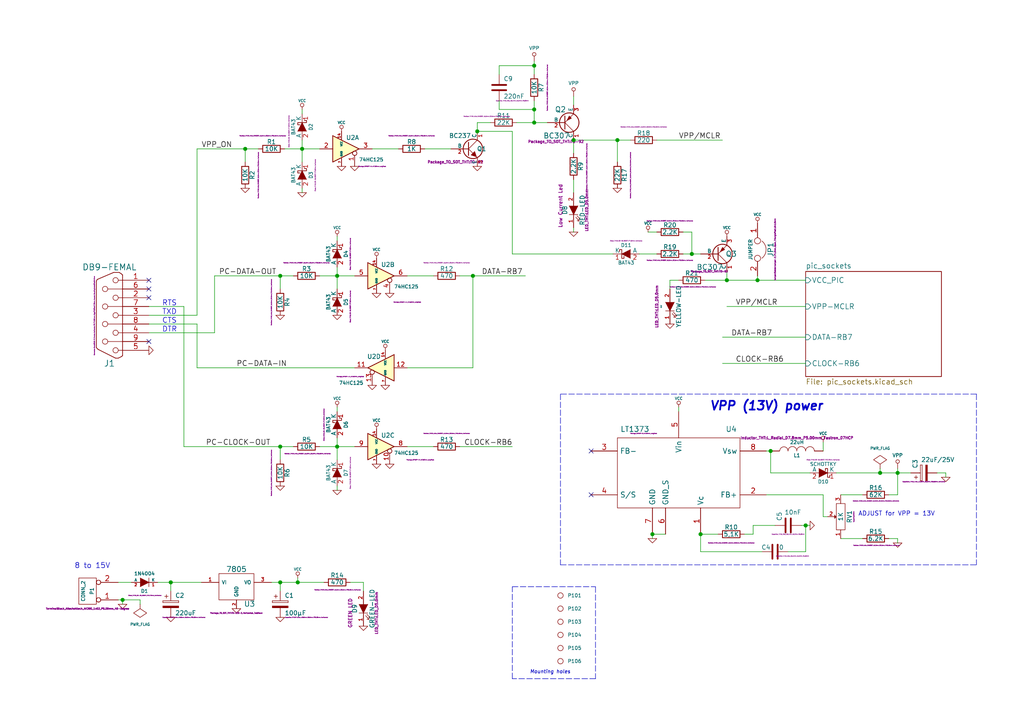
<source format=kicad_sch>
(kicad_sch (version 20210126) (generator eeschema)
  (paper "A4")
  (title_block (title "JDM - COM84 PIC Programmer with 13V DC/DC converter") (date "05 jan 2014") (rev "2") (company "KiCad"))
  (lib_symbols
    (symbol "pic_programmer_schlib:74LS125" (pin_names (offset 0.254))
      (property "Reference" "U" (at 5.08 3.81 0))
      (property "Value" "74LS125" (at 7.62 -2.54 0))
      (symbol "74LS125_0_0"
        (pin power_in line (at -1.27 5.08 270) (length 2.54) (name "VCC") (number "14"))
        (pin power_in line (at -1.27 -5.08 90) (length 2.54) (name "GND") (number "7"))
      )
      (symbol "74LS125_1_0"
        (pin input inverted (at 2.54 -5.08 90) (length 4.445) (name "~") (number "1"))
        (pin input line (at -7.62 0 0) (length 3.81) (name "~") (number "2"))
        (pin tri_state line (at 7.62 0 180) (length 3.81) (name "~") (number "3"))
      )
      (symbol "74LS125_2_0"
        (pin input inverted (at 2.54 -5.08 90) (length 4.445) (name "~") (number "4"))
        (pin input line (at -7.62 0 0) (length 3.81) (name "~") (number "5"))
        (pin tri_state line (at 7.62 0 180) (length 3.81) (name "~") (number "6"))
      )
      (symbol "74LS125_3_0"
        (pin input inverted (at 2.54 -5.08 90) (length 4.445) (name "~") (number "10"))
        (pin tri_state line (at 7.62 0 180) (length 3.81) (name "~") (number "8"))
        (pin input line (at -7.62 0 0) (length 3.81) (name "~") (number "9"))
      )
      (symbol "74LS125_4_0"
        (pin tri_state line (at 7.62 0 180) (length 3.81) (name "~") (number "11"))
        (pin input line (at -7.62 0 0) (length 3.81) (name "~") (number "12"))
        (pin input inverted (at 2.54 -5.08 90) (length 4.445) (name "~") (number "13"))
      )
    )
    (symbol "pic_programmer_schlib:74LS125_1" (pin_names (offset 0.254))
      (property "Reference" "U" (at 5.08 3.81 0))
      (property "Value" "74LS125" (at 7.62 -2.54 0))
      (symbol "74LS125_1_0_0"
        (pin power_in line (at -1.27 5.08 270) (length 2.54) (name "VCC") (number "14"))
        (pin power_in line (at -1.27 -5.08 90) (length 2.54) (name "GND") (number "7"))
      )
      (symbol "74LS125_1_1_0"
        (pin input inverted (at 2.54 -5.08 90) (length 4.445) (name "~") (number "1"))
        (pin input line (at -7.62 0 0) (length 3.81) (name "~") (number "2"))
        (pin tri_state line (at 7.62 0 180) (length 3.81) (name "~") (number "3"))
      )
      (symbol "74LS125_1_2_0"
        (pin input inverted (at 2.54 -5.08 90) (length 4.445) (name "~") (number "4"))
        (pin input line (at -7.62 0 0) (length 3.81) (name "~") (number "5"))
        (pin tri_state line (at 7.62 0 180) (length 3.81) (name "~") (number "6"))
      )
      (symbol "74LS125_1_3_0"
        (pin input inverted (at 2.54 -5.08 90) (length 4.445) (name "~") (number "10"))
        (pin tri_state line (at 7.62 0 180) (length 3.81) (name "~") (number "8"))
        (pin input line (at -7.62 0 0) (length 3.81) (name "~") (number "9"))
      )
      (symbol "74LS125_1_4_0"
        (pin tri_state line (at 7.62 0 180) (length 3.81) (name "~") (number "11"))
        (pin input line (at -7.62 0 0) (length 3.81) (name "~") (number "12"))
        (pin input inverted (at 2.54 -5.08 90) (length 4.445) (name "~") (number "13"))
      )
    )
    (symbol "pic_programmer_schlib:74LS125_2" (pin_names (offset 0.254))
      (property "Reference" "U" (at 5.08 3.81 0))
      (property "Value" "74LS125" (at 7.62 -2.54 0))
      (symbol "74LS125_2_0_0"
        (pin power_in line (at -1.27 5.08 270) (length 2.54) (name "VCC") (number "14"))
        (pin power_in line (at -1.27 -5.08 90) (length 2.54) (name "GND") (number "7"))
      )
      (symbol "74LS125_2_1_0"
        (pin input inverted (at 2.54 -5.08 90) (length 4.445) (name "~") (number "1"))
        (pin input line (at -7.62 0 0) (length 3.81) (name "~") (number "2"))
        (pin tri_state line (at 7.62 0 180) (length 3.81) (name "~") (number "3"))
      )
      (symbol "74LS125_2_2_0"
        (pin input inverted (at 2.54 -5.08 90) (length 4.445) (name "~") (number "4"))
        (pin input line (at -7.62 0 0) (length 3.81) (name "~") (number "5"))
        (pin tri_state line (at 7.62 0 180) (length 3.81) (name "~") (number "6"))
      )
      (symbol "74LS125_2_3_0"
        (pin input inverted (at 2.54 -5.08 90) (length 4.445) (name "~") (number "10"))
        (pin tri_state line (at 7.62 0 180) (length 3.81) (name "~") (number "8"))
        (pin input line (at -7.62 0 0) (length 3.81) (name "~") (number "9"))
      )
      (symbol "74LS125_2_4_0"
        (pin tri_state line (at 7.62 0 180) (length 3.81) (name "~") (number "11"))
        (pin input line (at -7.62 0 0) (length 3.81) (name "~") (number "12"))
        (pin input inverted (at 2.54 -5.08 90) (length 4.445) (name "~") (number "13"))
      )
    )
    (symbol "pic_programmer_schlib:74LS125_3" (pin_names (offset 0.254))
      (property "Reference" "U" (at 5.08 3.81 0))
      (property "Value" "74LS125" (at 7.62 -2.54 0))
      (symbol "74LS125_3_0_0"
        (pin power_in line (at -1.27 5.08 270) (length 2.54) (name "VCC") (number "14"))
        (pin power_in line (at -1.27 -5.08 90) (length 2.54) (name "GND") (number "7"))
      )
      (symbol "74LS125_3_1_0"
        (pin input inverted (at 2.54 -5.08 90) (length 4.445) (name "~") (number "1"))
        (pin input line (at -7.62 0 0) (length 3.81) (name "~") (number "2"))
        (pin tri_state line (at 7.62 0 180) (length 3.81) (name "~") (number "3"))
      )
      (symbol "74LS125_3_2_0"
        (pin input inverted (at 2.54 -5.08 90) (length 4.445) (name "~") (number "4"))
        (pin input line (at -7.62 0 0) (length 3.81) (name "~") (number "5"))
        (pin tri_state line (at 7.62 0 180) (length 3.81) (name "~") (number "6"))
      )
      (symbol "74LS125_3_3_0"
        (pin input inverted (at 2.54 -5.08 90) (length 4.445) (name "~") (number "10"))
        (pin tri_state line (at 7.62 0 180) (length 3.81) (name "~") (number "8"))
        (pin input line (at -7.62 0 0) (length 3.81) (name "~") (number "9"))
      )
      (symbol "74LS125_3_4_0"
        (pin tri_state line (at 7.62 0 180) (length 3.81) (name "~") (number "11"))
        (pin input line (at -7.62 0 0) (length 3.81) (name "~") (number "12"))
        (pin input inverted (at 2.54 -5.08 90) (length 4.445) (name "~") (number "13"))
      )
    )
    (symbol "pic_programmer_schlib:7805" (pin_names (offset 0.762))
      (property "Reference" "U" (at 3.81 -4.9784 0))
      (property "Value" "7805" (at 0 5.08 0))
      (symbol "7805_1_1"
        (pin input line (at -10.16 1.27 0) (length 5.08) (name "VI") (number "1"))
        (pin input line (at 0 -6.35 90) (length 2.54) (name "GND") (number "2"))
        (pin power_out line (at 10.16 1.27 180) (length 5.08) (name "VO") (number "3"))
      )
    )
    (symbol "pic_programmer_schlib:BC237" (pin_names (offset 0))
      (property "Reference" "Q" (at 0 -3.81 0))
      (property "Value" "BC237" (at 0 3.81 0))
      (property "Footprint" "Package_TO_SOT_THT:TO-92" (at -2.54 -5.08 0))
      (symbol "BC237_1_1"
        (pin passive line (at 2.54 5.08 270) (length 2.54) (name "C") (number "1"))
        (pin input line (at -5.08 0 0) (length 5.08) (name "B") (number "2"))
        (pin passive line (at 2.54 -5.08 90) (length 2.54) (name "E") (number "3"))
      )
    )
    (symbol "pic_programmer_schlib:BC307" (pin_names (offset 0))
      (property "Reference" "Q" (at 0 -3.81 0))
      (property "Value" "BC307" (at 0 3.81 0))
      (property "Footprint" "Package_TO_SOT_THT:TO-92" (at -2.54 -5.08 0))
      (symbol "BC307_1_1"
        (pin passive line (at 2.54 5.08 270) (length 2.54) (name "C") (number "1"))
        (pin input line (at -5.08 0 0) (length 5.08) (name "B") (number "2"))
        (pin passive line (at 2.54 -5.08 90) (length 2.54) (name "E") (number "3"))
      )
    )
    (symbol "pic_programmer_schlib:C" (pin_numbers hide) (pin_names (offset 0.254))
      (property "Reference" "C" (at 0.635 2.54 0))
      (property "Value" "C" (at 0.635 -2.54 0))
      (symbol "C_1_1"
        (pin passive line (at 0 3.81 270) (length 2.794) (name "~") (number "1"))
        (pin passive line (at 0 -3.81 90) (length 2.794) (name "~") (number "2"))
      )
    )
    (symbol "pic_programmer_schlib:CONN_2" (pin_names (offset 1.016) hide)
      (property "Reference" "P" (at -1.27 0 90))
      (property "Value" "CONN_2" (at 1.27 0 90))
      (symbol "CONN_2_1_1"
        (pin passive inverted (at -8.89 2.54 0) (length 6.35) (name "P1") (number "1"))
        (pin passive inverted (at -8.89 -2.54 0) (length 6.35) (name "PM") (number "2"))
      )
    )
    (symbol "pic_programmer_schlib:CP" (pin_numbers hide) (pin_names (offset 0.254))
      (property "Reference" "C" (at 0.635 2.54 0))
      (property "Value" "CP" (at 0.635 -2.54 0))
      (symbol "CP_1_1"
        (pin passive line (at 0 3.81 270) (length 2.794) (name "~") (number "1"))
        (pin passive line (at 0 -3.81 90) (length 2.794) (name "~") (number "2"))
      )
    )
    (symbol "pic_programmer_schlib:D" (pin_names (offset 0))
      (property "Reference" "D" (at 0 2.54 0))
      (property "Value" "D" (at 0 -2.54 0))
      (symbol "D_1_1"
        (pin passive line (at -3.81 0 0) (length 2.54) (name "K") (number "1"))
        (pin passive line (at 3.81 0 180) (length 2.54) (name "A") (number "2"))
      )
    )
    (symbol "pic_programmer_schlib:DB9" (pin_names (offset 1.016) hide)
      (property "Reference" "J" (at 0 13.97 0))
      (property "Value" "DB9" (at 0 -13.97 0))
      (symbol "DB9_1_1"
        (pin passive line (at -11.43 -10.16 0) (length 7.62) (name "1") (number "1"))
        (pin passive line (at -11.43 -5.08 0) (length 7.62) (name "2") (number "2"))
        (pin passive line (at -11.43 0 0) (length 7.62) (name "3") (number "3"))
        (pin passive line (at -11.43 5.08 0) (length 7.62) (name "4") (number "4"))
        (pin passive line (at -11.43 10.16 0) (length 7.62) (name "5") (number "5"))
        (pin passive line (at -11.43 -7.62 0) (length 7.62) (name "P6") (number "6"))
        (pin passive line (at -11.43 -2.54 0) (length 7.62) (name "P7") (number "7"))
        (pin passive line (at -11.43 2.54 0) (length 7.62) (name "P8") (number "8"))
        (pin passive line (at -11.43 7.62 0) (length 7.62) (name "P9") (number "9"))
      )
    )
    (symbol "pic_programmer_schlib:D_Schottky" (pin_names (offset 0))
      (property "Reference" "D" (at 0 2.54 0))
      (property "Value" "D_Schottky" (at 0 -2.54 0))
      (symbol "D_Schottky_1_1"
        (pin passive line (at -3.81 0 0) (length 2.54) (name "K") (number "1"))
        (pin passive line (at 3.81 0 180) (length 2.54) (name "A") (number "2"))
      )
    )
    (symbol "pic_programmer_schlib:GND" (power) (pin_names (offset 0))
      (symbol "GND_1_1"
        (pin power_in line (at 0 0 90) (length 0) hide (name "GND") (number "1"))
      )
    )
    (symbol "pic_programmer_schlib:INDUCTOR" (pin_numbers hide) (pin_names (offset 1.016) hide)
      (property "Reference" "L" (at -1.27 0 90))
      (property "Value" "INDUCTOR" (at 2.54 0 90))
      (symbol "INDUCTOR_1_1"
        (pin passive line (at 0 7.62 270) (length 2.54) (name "1") (number "1"))
        (pin passive line (at 0 -7.62 90) (length 2.54) (name "2") (number "2"))
      )
    )
    (symbol "pic_programmer_schlib:JUMPER" (pin_names (offset 0.762) hide)
      (property "Reference" "JP" (at 0 3.81 0))
      (property "Value" "JUMPER" (at 0 -2.032 0))
      (symbol "JUMPER_0_1"
        (pin passive line (at -7.62 0 0) (length 4.191) (name "1") (number "1"))
        (pin passive line (at 7.62 0 180) (length 4.191) (name "2") (number "2"))
      )
    )
    (symbol "pic_programmer_schlib:LED" (pin_names (offset 1.016) hide)
      (property "Reference" "D" (at 0 2.54 0))
      (property "Value" "LED" (at 0 -2.54 0))
      (symbol "LED_1_1"
        (pin passive line (at -5.08 0 0) (length 3.81) (name "K") (number "1"))
        (pin passive line (at 5.08 0 180) (length 3.81) (name "A") (number "2"))
      )
    )
    (symbol "pic_programmer_schlib:LT1373" (pin_names (offset 0.762))
      (property "Reference" "U" (at 15.24 12.7 0))
      (property "Value" "LT1373" (at -12.7 12.7 0))
      (symbol "LT1373_1_1"
        (pin input line (at 6.35 -17.78 90) (length 7.62) (name "Vc") (number "1"))
        (pin input line (at 25.4 -6.35 180) (length 7.62) (name "FB+") (number "2"))
        (pin passive line (at -25.4 6.35 0) (length 7.62) (name "FB-") (number "3"))
        (pin passive line (at -25.4 -6.35 0) (length 7.62) (name "S/S") (number "4"))
        (pin power_in line (at 0 17.78 270) (length 7.62) (name "Vin") (number "5"))
        (pin input line (at -3.81 -17.78 90) (length 7.62) (name "GND_S") (number "6"))
        (pin input line (at -7.62 -17.78 90) (length 7.62) (name "GND") (number "7"))
        (pin input line (at 25.4 6.35 180) (length 7.62) (name "Vsw") (number "8"))
      )
    )
    (symbol "pic_programmer_schlib:MOUNTING_HOLE" (pin_numbers hide) (pin_names (offset 0.762) hide)
      (property "Reference" "P" (at 2.032 0 0))
    )
    (symbol "pic_programmer_schlib:POT" (pin_names (offset 1.016) hide)
      (property "Reference" "RV" (at 0 -2.54 0))
      (property "Value" "POT" (at 0 0 0))
      (symbol "POT_1_1"
        (pin passive line (at -6.35 0 0) (length 2.54) (name "1") (number "1"))
        (pin passive line (at 0 3.81 270) (length 2.032) (name "2") (number "2"))
        (pin passive line (at 6.35 0 180) (length 2.54) (name "3") (number "3"))
      )
    )
    (symbol "pic_programmer_schlib:PWR_FLAG" (power) (pin_numbers hide) (pin_names (offset 0) hide)
      (property "Value" "PWR_FLAG" (at 0 4.572 0))
      (symbol "PWR_FLAG_0_0"
        (pin power_out line (at 0 0 90) (length 0) (name "pwr") (number "1"))
      )
    )
    (symbol "pic_programmer_schlib:R" (pin_numbers hide) (pin_names (offset 0))
      (property "Reference" "R" (at 2.032 0 90))
      (property "Value" "R" (at 0 0 90))
      (symbol "R_1_1"
        (pin passive line (at 0 3.81 270) (length 1.27) (name "~") (number "1"))
        (pin passive line (at 0 -3.81 90) (length 1.27) (name "~") (number "2"))
      )
    )
    (symbol "pic_programmer_schlib:VCC" (power) (pin_names (offset 0))
      (property "Value" "VCC" (at 0 2.54 0))
      (symbol "VCC_0_0"
        (pin power_in line (at 0 0 90) (length 0) hide (name "VCC") (number "1"))
      )
    )
    (symbol "pic_programmer_schlib:VPP" (pin_names (offset 0))
      (property "Value" "VPP" (at 0 3.81 0))
      (symbol "VPP_0_0"
        (pin power_in line (at 0 0 90) (length 0) hide (name "VPP") (number "1"))
      )
    )
  )
  (junction (at 35.56 173.99) (diameter 1.016))
  (junction (at 49.53 168.91) (diameter 1.016))
  (junction (at 71.12 43.18) (diameter 1.016))
  (junction (at 81.28 80.01) (diameter 1.016))
  (junction (at 81.28 129.54) (diameter 1.016))
  (junction (at 81.28 168.91) (diameter 1.016))
  (junction (at 86.36 168.91) (diameter 1.016))
  (junction (at 87.63 43.18) (diameter 1.016))
  (junction (at 97.79 80.01) (diameter 1.016))
  (junction (at 97.79 129.54) (diameter 1.016))
  (junction (at 137.16 80.01) (diameter 1.016))
  (junction (at 138.43 38.1) (diameter 1.016))
  (junction (at 154.94 19.05) (diameter 1.016))
  (junction (at 154.94 31.75) (diameter 1.016))
  (junction (at 154.94 35.56) (diameter 1.016))
  (junction (at 166.37 40.64) (diameter 1.016))
  (junction (at 179.07 40.64) (diameter 1.016))
  (junction (at 189.23 154.94) (diameter 1.016))
  (junction (at 200.66 73.66) (diameter 1.016))
  (junction (at 203.2 154.94) (diameter 1.016))
  (junction (at 210.82 81.28) (diameter 1.016))
  (junction (at 219.71 81.28) (diameter 1.016))
  (junction (at 223.52 130.81) (diameter 1.016))
  (junction (at 233.68 152.4) (diameter 1.016))
  (junction (at 255.27 137.16) (diameter 1.016))
  (junction (at 260.35 137.16) (diameter 1.016))
  (no_connect (at 43.18 81.28))
  (no_connect (at 43.18 83.82))
  (no_connect (at 43.18 86.36))
  (no_connect (at 43.18 99.06))
  (no_connect (at 171.45 130.81))
  (no_connect (at 171.45 143.51))
  (wire (pts (xy 34.29 173.99) (xy 35.56 173.99)))
  (wire (pts (xy 35.56 173.99) (xy 40.64 173.99)))
  (wire (pts (xy 35.56 175.26) (xy 35.56 173.99)))
  (wire (pts (xy 38.1 168.91) (xy 34.29 168.91)))
  (wire (pts (xy 40.64 173.99) (xy 40.64 175.26)))
  (wire (pts (xy 43.18 93.98) (xy 57.15 93.98)))
  (wire (pts (xy 45.72 168.91) (xy 49.53 168.91)))
  (wire (pts (xy 49.53 168.91) (xy 58.42 168.91)))
  (wire (pts (xy 49.53 171.45) (xy 49.53 168.91)))
  (wire (pts (xy 53.34 88.9) (xy 43.18 88.9)))
  (wire (pts (xy 53.34 129.54) (xy 53.34 88.9)))
  (wire (pts (xy 53.34 129.54) (xy 81.28 129.54)))
  (wire (pts (xy 57.15 43.18) (xy 57.15 91.44)))
  (wire (pts (xy 57.15 43.18) (xy 71.12 43.18)))
  (wire (pts (xy 57.15 91.44) (xy 43.18 91.44)))
  (wire (pts (xy 57.15 106.68) (xy 57.15 93.98)))
  (wire (pts (xy 62.23 80.01) (xy 81.28 80.01)))
  (wire (pts (xy 62.23 96.52) (xy 43.18 96.52)))
  (wire (pts (xy 62.23 96.52) (xy 62.23 80.01)))
  (wire (pts (xy 71.12 43.18) (xy 74.93 43.18)))
  (wire (pts (xy 71.12 46.99) (xy 71.12 43.18)))
  (wire (pts (xy 78.74 168.91) (xy 81.28 168.91)))
  (wire (pts (xy 81.28 80.01) (xy 85.09 80.01)))
  (wire (pts (xy 81.28 83.82) (xy 81.28 80.01)))
  (wire (pts (xy 81.28 129.54) (xy 85.09 129.54)))
  (wire (pts (xy 81.28 133.35) (xy 81.28 129.54)))
  (wire (pts (xy 81.28 168.91) (xy 81.28 171.45)))
  (wire (pts (xy 81.28 168.91) (xy 86.36 168.91)))
  (wire (pts (xy 82.55 43.18) (xy 87.63 43.18)))
  (wire (pts (xy 86.36 168.91) (xy 86.36 167.64)))
  (wire (pts (xy 86.36 168.91) (xy 93.98 168.91)))
  (wire (pts (xy 87.63 33.02) (xy 87.63 31.75)))
  (wire (pts (xy 87.63 40.64) (xy 87.63 43.18)))
  (wire (pts (xy 87.63 43.18) (xy 87.63 46.99)))
  (wire (pts (xy 87.63 43.18) (xy 92.71 43.18)))
  (wire (pts (xy 87.63 54.61) (xy 87.63 55.88)))
  (wire (pts (xy 92.71 80.01) (xy 97.79 80.01)))
  (wire (pts (xy 92.71 129.54) (xy 97.79 129.54)))
  (wire (pts (xy 97.79 68.58) (xy 97.79 69.85)))
  (wire (pts (xy 97.79 77.47) (xy 97.79 80.01)))
  (wire (pts (xy 97.79 80.01) (xy 97.79 83.82)))
  (wire (pts (xy 97.79 80.01) (xy 102.87 80.01)))
  (wire (pts (xy 97.79 119.38) (xy 97.79 118.11)))
  (wire (pts (xy 97.79 127) (xy 97.79 129.54)))
  (wire (pts (xy 97.79 129.54) (xy 97.79 133.35)))
  (wire (pts (xy 97.79 129.54) (xy 102.87 129.54)))
  (wire (pts (xy 97.79 142.24) (xy 97.79 140.97)))
  (wire (pts (xy 102.87 106.68) (xy 57.15 106.68)))
  (wire (pts (xy 105.41 168.91) (xy 101.6 168.91)))
  (wire (pts (xy 105.41 171.45) (xy 105.41 168.91)))
  (wire (pts (xy 115.57 43.18) (xy 107.95 43.18)))
  (wire (pts (xy 118.11 80.01) (xy 125.73 80.01)))
  (wire (pts (xy 118.11 106.68) (xy 137.16 106.68)))
  (wire (pts (xy 125.73 129.54) (xy 118.11 129.54)))
  (wire (pts (xy 130.81 43.18) (xy 123.19 43.18)))
  (wire (pts (xy 133.35 80.01) (xy 137.16 80.01)))
  (wire (pts (xy 137.16 80.01) (xy 152.4 80.01)))
  (wire (pts (xy 137.16 106.68) (xy 137.16 80.01)))
  (wire (pts (xy 138.43 35.56) (xy 138.43 38.1)))
  (wire (pts (xy 138.43 35.56) (xy 142.24 35.56)))
  (wire (pts (xy 138.43 38.1) (xy 148.59 38.1)))
  (wire (pts (xy 144.78 19.05) (xy 144.78 21.59)))
  (wire (pts (xy 144.78 19.05) (xy 154.94 19.05)))
  (wire (pts (xy 144.78 29.21) (xy 144.78 31.75)))
  (wire (pts (xy 144.78 31.75) (xy 154.94 31.75)))
  (wire (pts (xy 148.59 38.1) (xy 148.59 73.66)))
  (wire (pts (xy 148.59 73.66) (xy 177.8 73.66)))
  (wire (pts (xy 148.59 129.54) (xy 133.35 129.54)))
  (wire (pts (xy 149.86 35.56) (xy 154.94 35.56)))
  (wire (pts (xy 154.94 17.78) (xy 154.94 19.05)))
  (wire (pts (xy 154.94 19.05) (xy 154.94 21.59)))
  (wire (pts (xy 154.94 29.21) (xy 154.94 31.75)))
  (wire (pts (xy 154.94 31.75) (xy 154.94 35.56)))
  (wire (pts (xy 154.94 35.56) (xy 158.75 35.56)))
  (wire (pts (xy 166.37 30.48) (xy 166.37 27.94)))
  (wire (pts (xy 166.37 40.64) (xy 166.37 44.45)))
  (wire (pts (xy 166.37 40.64) (xy 179.07 40.64)))
  (wire (pts (xy 166.37 52.07) (xy 166.37 55.88)))
  (wire (pts (xy 166.37 66.04) (xy 166.37 67.31)))
  (wire (pts (xy 179.07 40.64) (xy 182.88 40.64)))
  (wire (pts (xy 179.07 46.99) (xy 179.07 40.64)))
  (wire (pts (xy 187.96 67.31) (xy 190.5 67.31)))
  (wire (pts (xy 189.23 154.94) (xy 193.04 154.94)))
  (wire (pts (xy 189.23 156.21) (xy 189.23 154.94)))
  (wire (pts (xy 190.5 40.64) (xy 209.55 40.64)))
  (wire (pts (xy 190.5 73.66) (xy 185.42 73.66)))
  (wire (pts (xy 194.31 81.28) (xy 196.85 81.28)))
  (wire (pts (xy 194.31 83.82) (xy 194.31 81.28)))
  (wire (pts (xy 196.85 119.38) (xy 196.85 118.11)))
  (wire (pts (xy 198.12 73.66) (xy 200.66 73.66)))
  (wire (pts (xy 200.66 67.31) (xy 198.12 67.31)))
  (wire (pts (xy 200.66 73.66) (xy 200.66 67.31)))
  (wire (pts (xy 200.66 73.66) (xy 203.2 73.66)))
  (wire (pts (xy 203.2 154.94) (xy 203.2 160.02)))
  (wire (pts (xy 203.2 160.02) (xy 220.98 160.02)))
  (wire (pts (xy 204.47 81.28) (xy 210.82 81.28)))
  (wire (pts (xy 208.28 154.94) (xy 203.2 154.94)))
  (wire (pts (xy 210.82 81.28) (xy 210.82 78.74)))
  (wire (pts (xy 210.82 81.28) (xy 219.71 81.28)))
  (wire (pts (xy 210.82 88.9) (xy 233.68 88.9)))
  (wire (pts (xy 218.44 152.4) (xy 218.44 154.94)))
  (wire (pts (xy 218.44 154.94) (xy 215.9 154.94)))
  (wire (pts (xy 219.71 81.28) (xy 219.71 80.01)))
  (wire (pts (xy 219.71 81.28) (xy 233.68 81.28)))
  (wire (pts (xy 223.52 130.81) (xy 222.25 130.81)))
  (wire (pts (xy 223.52 137.16) (xy 223.52 130.81)))
  (wire (pts (xy 224.79 152.4) (xy 218.44 152.4)))
  (wire (pts (xy 228.6 160.02) (xy 233.68 160.02)))
  (wire (pts (xy 232.41 152.4) (xy 233.68 152.4)))
  (wire (pts (xy 233.68 97.79) (xy 209.55 97.79)))
  (wire (pts (xy 233.68 105.41) (xy 209.55 105.41)))
  (wire (pts (xy 233.68 152.4) (xy 234.95 152.4)))
  (wire (pts (xy 233.68 160.02) (xy 233.68 152.4)))
  (wire (pts (xy 234.95 137.16) (xy 223.52 137.16)))
  (wire (pts (xy 238.76 128.27) (xy 238.76 130.81)))
  (wire (pts (xy 238.76 143.51) (xy 222.25 143.51)))
  (wire (pts (xy 238.76 149.86) (xy 238.76 143.51)))
  (wire (pts (xy 240.03 149.86) (xy 238.76 149.86)))
  (wire (pts (xy 242.57 137.16) (xy 255.27 137.16)))
  (wire (pts (xy 250.19 143.51) (xy 243.84 143.51)))
  (wire (pts (xy 250.19 156.21) (xy 243.84 156.21)))
  (wire (pts (xy 255.27 135.89) (xy 255.27 137.16)))
  (wire (pts (xy 255.27 137.16) (xy 260.35 137.16)))
  (wire (pts (xy 260.35 135.89) (xy 260.35 137.16)))
  (wire (pts (xy 260.35 137.16) (xy 260.35 143.51)))
  (wire (pts (xy 260.35 137.16) (xy 264.16 137.16)))
  (wire (pts (xy 260.35 143.51) (xy 257.81 143.51)))
  (wire (pts (xy 260.35 156.21) (xy 257.81 156.21)))
  (wire (pts (xy 260.35 156.21) (xy 260.35 157.48)))
  (wire (pts (xy 271.78 137.16) (xy 274.32 137.16)))
  (wire (pts (xy 274.32 137.16) (xy 274.32 138.43)))
  (polyline (pts (xy 148.59 170.18) (xy 172.72 170.18)) (stroke (width 0) (type dash)))
  (polyline (pts (xy 148.59 196.85) (xy 148.59 170.18)) (stroke (width 0) (type dash)))
  (polyline (pts (xy 162.56 114.3) (xy 162.56 163.83)) (stroke (width 0) (type dash)))
  (polyline (pts (xy 162.56 163.83) (xy 283.21 163.83)) (stroke (width 0) (type dash)))
  (polyline (pts (xy 172.72 170.18) (xy 172.72 196.85)) (stroke (width 0) (type dash)))
  (polyline (pts (xy 172.72 196.85) (xy 148.59 196.85)) (stroke (width 0) (type dash)))
  (polyline (pts (xy 283.21 114.3) (xy 162.56 114.3)) (stroke (width 0) (type dash)))
  (polyline (pts (xy 283.21 114.3) (xy 283.21 163.83)) (stroke (width 0) (type dash)))
  (text "8 to 15V" (at 21.59 165.1 0) (effects (font (size 1.524 1.524)) (justify left bottom)))
  (text "RTS" (at 46.99 88.9 0) (effects (font (size 1.524 1.524)) (justify left bottom)))
  (text "TXD" (at 46.99 91.44 0) (effects (font (size 1.524 1.524)) (justify left bottom)))
  (text "CTS" (at 46.99 93.98 0) (effects (font (size 1.524 1.524)) (justify left bottom)))
  (text "DTR" (at 46.99 96.52 0) (effects (font (size 1.524 1.524)) (justify left bottom)))
  (text "Mounting holes" (at 153.67 195.58 0) (effects (font (size 1.016 1.016) italic) (justify left bottom)))
  (text "VPP (13V) power" (at 205.74 119.38 0) (effects (font (size 2.54 2.54) (thickness 0.508) bold italic) (justify left bottom)))
  (text "ADJUST for VPP = 13V" (at 248.92 149.86 0) (effects (font (size 1.27 1.27)) (justify left bottom)))
  (label "VPP_ON" (at 58.42 43.18 0) (effects (font (size 1.524 1.524))))
  (label "PC-CLOCK-OUT" (at 59.69 129.54 0) (effects (font (size 1.524 1.524))))
  (label "PC-DATA-OUT" (at 63.5 80.01 0) (effects (font (size 1.524 1.524))))
  (label "PC-DATA-IN" (at 68.58 106.68 0) (effects (font (size 1.524 1.524))))
  (label "CLOCK-RB6" (at 134.62 129.54 0) (effects (font (size 1.524 1.524))))
  (label "DATA-RB7" (at 139.7 80.01 0) (effects (font (size 1.524 1.524))))
  (label "VPP/MCLR" (at 196.85 40.64 0) (effects (font (size 1.524 1.524))))
  (label "DATA-RB7" (at 212.09 97.79 0) (effects (font (size 1.524 1.524))))
  (label "VPP/MCLR" (at 213.36 88.9 0) (effects (font (size 1.524 1.524))))
  (label "CLOCK-RB6" (at 213.36 105.41 0) (effects (font (size 1.524 1.524))))
  (symbol (lib_id "pic_programmer_schlib:MOUNTING_HOLE") (at 162.56 172.72 0) (unit 1)
    (property "Reference" "P101" (at 164.592 172.72 0) (effects (font (size 1.016 1.016)) (justify left)))
    (property "Value" "CONN_1" (effects hide))
    (property "Footprint" "MountingHole:MountingHole_4.3mm_M4" (effects hide))
  )
  (symbol (lib_id "pic_programmer_schlib:MOUNTING_HOLE") (at 162.56 176.53 0) (unit 1)
    (property "Reference" "P102" (at 164.592 176.53 0) (effects (font (size 1.016 1.016)) (justify left)))
    (property "Value" "CONN_1" (effects hide))
    (property "Footprint" "MountingHole:MountingHole_4.3mm_M4" (effects hide))
  )
  (symbol (lib_id "pic_programmer_schlib:MOUNTING_HOLE") (at 162.56 180.34 0) (unit 1)
    (property "Reference" "P103" (at 164.592 180.34 0) (effects (font (size 1.016 1.016)) (justify left)))
    (property "Value" "CONN_1" (effects hide))
    (property "Footprint" "MountingHole:MountingHole_4.3mm_M4" (effects hide))
  )
  (symbol (lib_id "pic_programmer_schlib:MOUNTING_HOLE") (at 162.56 184.15 0) (unit 1)
    (property "Reference" "P104" (at 164.592 184.15 0) (effects (font (size 1.016 1.016)) (justify left)))
    (property "Value" "CONN_1" (effects hide))
    (property "Footprint" "MountingHole:MountingHole_4.3mm_M4" (effects hide))
  )
  (symbol (lib_id "pic_programmer_schlib:MOUNTING_HOLE") (at 162.56 187.96 0) (unit 1)
    (property "Reference" "P105" (at 164.592 187.96 0) (effects (font (size 1.016 1.016)) (justify left)))
    (property "Value" "CONN_1" (effects hide))
    (property "Footprint" "MountingHole:MountingHole_4.3mm_M4" (effects hide))
  )
  (symbol (lib_id "pic_programmer_schlib:MOUNTING_HOLE") (at 162.56 191.77 0) (unit 1)
    (property "Reference" "P106" (at 164.592 191.77 0) (effects (font (size 1.016 1.016)) (justify left)))
    (property "Value" "CONN_1" (effects hide))
    (property "Footprint" "MountingHole:MountingHole_4.3mm_M4" (effects hide))
  )
  (symbol (lib_id "pic_programmer_schlib:VCC") (at 86.36 167.64 0) (unit 1)
    (property "Reference" "#PWR015" (effects hide))
    (property "Value" "VCC" (at 86.36 165.1 0) (effects (font (size 0.762 0.762))))
  )
  (symbol (lib_id "pic_programmer_schlib:VCC") (at 87.63 31.75 0) (unit 1)
    (property "Reference" "#PWR033" (effects hide))
    (property "Value" "VCC" (at 87.63 29.21 0) (effects (font (size 0.762 0.762))))
  )
  (symbol (lib_id "pic_programmer_schlib:VCC") (at 97.79 68.58 0) (unit 1)
    (property "Reference" "#PWR030" (effects hide))
    (property "Value" "VCC" (at 97.79 66.04 0) (effects (font (size 0.762 0.762))))
  )
  (symbol (lib_id "pic_programmer_schlib:VCC") (at 97.79 118.11 0) (unit 1)
    (property "Reference" "#PWR027" (effects hide))
    (property "Value" "VCC" (at 97.79 115.57 0) (effects (font (size 0.762 0.762))))
  )
  (symbol (lib_id "pic_programmer_schlib:VCC") (at 99.06 38.1 0) (unit 1)
    (property "Reference" "#PWR09" (effects hide))
    (property "Value" "VCC" (at 99.06 35.56 0) (effects (font (size 0.762 0.762))))
  )
  (symbol (lib_id "pic_programmer_schlib:VCC") (at 109.22 74.93 0) (unit 1)
    (property "Reference" "#PWR052" (effects hide))
    (property "Value" "VCC" (at 109.22 72.39 0) (effects (font (size 0.762 0.762))))
  )
  (symbol (lib_id "pic_programmer_schlib:VCC") (at 109.22 124.46 0) (unit 1)
    (property "Reference" "#PWR050" (effects hide))
    (property "Value" "VCC" (at 109.22 121.92 0) (effects (font (size 0.762 0.762))))
  )
  (symbol (lib_id "pic_programmer_schlib:VCC") (at 111.76 101.6 0) (unit 1)
    (property "Reference" "#PWR051" (effects hide))
    (property "Value" "VCC" (at 111.76 99.06 0) (effects (font (size 0.762 0.762))))
  )
  (symbol (lib_id "pic_programmer_schlib:VCC") (at 187.96 67.31 0) (unit 1)
    (property "Reference" "#PWR04" (effects hide))
    (property "Value" "VCC" (at 187.96 64.77 0) (effects (font (size 0.762 0.762))))
  )
  (symbol (lib_id "pic_programmer_schlib:VCC") (at 196.85 118.11 0) (unit 1)
    (property "Reference" "#PWR013" (effects hide))
    (property "Value" "VCC" (at 196.85 115.57 0) (effects (font (size 0.762 0.762))))
  )
  (symbol (lib_id "pic_programmer_schlib:VCC") (at 210.82 68.58 0) (unit 1)
    (property "Reference" "#PWR02" (effects hide))
    (property "Value" "VCC" (at 210.82 66.04 0) (effects (font (size 0.762 0.762))))
  )
  (symbol (lib_id "pic_programmer_schlib:VCC") (at 219.71 64.77 0) (unit 1)
    (property "Reference" "#PWR01" (effects hide))
    (property "Value" "VCC" (at 219.71 62.23 0) (effects (font (size 0.762 0.762))))
  )
  (symbol (lib_id "pic_programmer_schlib:VCC") (at 238.76 128.27 0) (unit 1)
    (property "Reference" "#PWR010" (effects hide))
    (property "Value" "VCC" (at 238.76 125.73 0) (effects (font (size 0.762 0.762))))
  )
  (symbol (lib_id "pic_programmer_schlib:GND") (at 35.56 175.26 0) (unit 1)
    (property "Reference" "#PWR020" (effects hide))
    (property "Value" "GND" (effects hide))
  )
  (symbol (lib_id "pic_programmer_schlib:GND") (at 43.18 101.6 90) (unit 1)
    (property "Reference" "#PWR022" (effects hide))
    (property "Value" "GND" (effects hide))
  )
  (symbol (lib_id "pic_programmer_schlib:GND") (at 49.53 179.07 0) (unit 1)
    (property "Reference" "#PWR019" (effects hide))
    (property "Value" "GND" (effects hide))
  )
  (symbol (lib_id "pic_programmer_schlib:GND") (at 68.58 176.53 0) (unit 1)
    (property "Reference" "#PWR018" (effects hide))
    (property "Value" "GND" (effects hide))
  )
  (symbol (lib_id "pic_programmer_schlib:GND") (at 71.12 54.61 0) (unit 1)
    (property "Reference" "#PWR023" (effects hide))
    (property "Value" "GND" (effects hide))
  )
  (symbol (lib_id "pic_programmer_schlib:GND") (at 81.28 91.44 0) (unit 1)
    (property "Reference" "#PWR025" (effects hide))
    (property "Value" "GND" (effects hide))
  )
  (symbol (lib_id "pic_programmer_schlib:GND") (at 81.28 140.97 0) (unit 1)
    (property "Reference" "#PWR024" (effects hide))
    (property "Value" "GND" (effects hide))
  )
  (symbol (lib_id "pic_programmer_schlib:GND") (at 81.28 179.07 0) (unit 1)
    (property "Reference" "#PWR017" (effects hide))
    (property "Value" "GND" (effects hide))
  )
  (symbol (lib_id "pic_programmer_schlib:GND") (at 87.63 55.88 0) (unit 1)
    (property "Reference" "#PWR034" (effects hide))
    (property "Value" "GND" (effects hide))
  )
  (symbol (lib_id "pic_programmer_schlib:GND") (at 97.79 91.44 0) (unit 1)
    (property "Reference" "#PWR031" (effects hide))
    (property "Value" "GND" (effects hide))
  )
  (symbol (lib_id "pic_programmer_schlib:GND") (at 97.79 142.24 0) (unit 1)
    (property "Reference" "#PWR028" (effects hide))
    (property "Value" "GND" (effects hide))
  )
  (symbol (lib_id "pic_programmer_schlib:GND") (at 99.06 48.26 0) (unit 1)
    (property "Reference" "#PWR06" (effects hide))
    (property "Value" "GND" (effects hide))
  )
  (symbol (lib_id "pic_programmer_schlib:GND") (at 102.87 48.26 0) (unit 1)
    (property "Reference" "#PWR035" (effects hide))
    (property "Value" "GND" (effects hide))
  )
  (symbol (lib_id "pic_programmer_schlib:GND") (at 105.41 181.61 0) (unit 1)
    (property "Reference" "#PWR016" (effects hide))
    (property "Value" "GND" (effects hide))
  )
  (symbol (lib_id "pic_programmer_schlib:GND") (at 107.95 111.76 0) (unit 1)
    (property "Reference" "#PWR026" (effects hide))
    (property "Value" "GND" (effects hide))
  )
  (symbol (lib_id "pic_programmer_schlib:GND") (at 109.22 85.09 0) (unit 1)
    (property "Reference" "#PWR047" (effects hide))
    (property "Value" "GND" (effects hide))
  )
  (symbol (lib_id "pic_programmer_schlib:GND") (at 109.22 134.62 0) (unit 1)
    (property "Reference" "#PWR049" (effects hide))
    (property "Value" "GND" (effects hide))
  )
  (symbol (lib_id "pic_programmer_schlib:GND") (at 111.76 111.76 0) (unit 1)
    (property "Reference" "#PWR048" (effects hide))
    (property "Value" "GND" (effects hide))
  )
  (symbol (lib_id "pic_programmer_schlib:GND") (at 113.03 85.09 0) (unit 1)
    (property "Reference" "#PWR032" (effects hide))
    (property "Value" "GND" (effects hide))
  )
  (symbol (lib_id "pic_programmer_schlib:GND") (at 113.03 134.62 0) (unit 1)
    (property "Reference" "#PWR029" (effects hide))
    (property "Value" "GND" (effects hide))
  )
  (symbol (lib_id "pic_programmer_schlib:GND") (at 138.43 48.26 0) (unit 1)
    (property "Reference" "#PWR021" (effects hide))
    (property "Value" "GND" (effects hide))
  )
  (symbol (lib_id "pic_programmer_schlib:GND") (at 166.37 67.31 0) (unit 1)
    (property "Reference" "#PWR05" (effects hide))
    (property "Value" "GND" (effects hide))
  )
  (symbol (lib_id "pic_programmer_schlib:GND") (at 179.07 54.61 0) (unit 1)
    (property "Reference" "#PWR014" (effects hide))
    (property "Value" "GND" (effects hide))
  )
  (symbol (lib_id "pic_programmer_schlib:GND") (at 189.23 156.21 0) (unit 1)
    (property "Reference" "#PWR012" (effects hide))
    (property "Value" "GND" (effects hide))
  )
  (symbol (lib_id "pic_programmer_schlib:GND") (at 194.31 93.98 0) (unit 1)
    (property "Reference" "#PWR03" (effects hide))
    (property "Value" "GND" (effects hide))
  )
  (symbol (lib_id "pic_programmer_schlib:GND") (at 234.95 152.4 90) (unit 1)
    (property "Reference" "#PWR08" (effects hide))
    (property "Value" "GND" (effects hide))
  )
  (symbol (lib_id "pic_programmer_schlib:GND") (at 260.35 157.48 0) (unit 1)
    (property "Reference" "#PWR07" (effects hide))
    (property "Value" "GND" (effects hide))
  )
  (symbol (lib_id "pic_programmer_schlib:GND") (at 274.32 138.43 0) (unit 1)
    (property "Reference" "#PWR011" (effects hide))
    (property "Value" "GND" (effects hide))
  )
  (symbol (lib_id "pic_programmer_schlib:VPP") (at 154.94 17.78 0) (unit 1)
    (property "Reference" "#PWR122" (effects hide))
    (property "Value" "VPP" (at 154.94 13.97 0) (effects (font (size 1.016 1.016))))
  )
  (symbol (lib_id "pic_programmer_schlib:VPP") (at 166.37 27.94 0) (unit 1)
    (property "Reference" "#PWR123" (effects hide))
    (property "Value" "VPP" (at 166.37 24.13 0) (effects (font (size 1.016 1.016))))
  )
  (symbol (lib_id "pic_programmer_schlib:VPP") (at 260.35 135.89 0) (unit 1)
    (property "Reference" "#PWR134" (effects hide))
    (property "Value" "VPP" (at 260.35 132.08 0) (effects (font (size 1.016 1.016))))
  )
  (symbol (lib_id "pic_programmer_schlib:PWR_FLAG") (at 40.64 175.26 180) (unit 1)
    (property "Reference" "#FLG06" (effects hide))
    (property "Value" "PWR_FLAG" (at 40.64 181.102 0) (effects (font (size 0.762 0.762))))
  )
  (symbol (lib_id "pic_programmer_schlib:PWR_FLAG") (at 255.27 135.89 0) (unit 1)
    (property "Reference" "#FLG09" (effects hide))
    (property "Value" "PWR_FLAG" (at 255.27 130.048 0) (effects (font (size 0.762 0.762))))
  )
  (symbol (lib_id "pic_programmer_schlib:R") (at 71.12 50.8 0) (unit 1)
    (property "Reference" "R2" (at 73.152 50.8 90))
    (property "Value" "10K" (at 71.12 50.8 90))
    (property "Footprint" "Resistor_THT:R_Axial_DIN0207_L6.3mm_D2.5mm_P10.16mm_Horizontal" (at 74.93 50.8 90) (effects (font (size 0.254 0.254))))
  )
  (symbol (lib_id "pic_programmer_schlib:R") (at 78.74 43.18 90) (unit 1)
    (property "Reference" "R1" (at 78.74 41.148 90))
    (property "Value" "10K" (at 78.74 43.18 90))
    (property "Footprint" "Resistor_THT:R_Axial_DIN0207_L6.3mm_D2.5mm_P10.16mm_Horizontal" (at 76.2 39.37 90) (effects (font (size 0.254 0.254))))
  )
  (symbol (lib_id "pic_programmer_schlib:R") (at 81.28 87.63 0) (unit 1)
    (property "Reference" "R4" (at 83.312 87.63 90))
    (property "Value" "10K" (at 81.28 87.63 90))
    (property "Footprint" "Resistor_THT:R_Axial_DIN0207_L6.3mm_D2.5mm_P10.16mm_Horizontal" (at 78.74 87.63 90) (effects (font (size 0.254 0.254))))
  )
  (symbol (lib_id "pic_programmer_schlib:R") (at 81.28 137.16 0) (unit 1)
    (property "Reference" "R6" (at 83.312 137.16 90))
    (property "Value" "10K" (at 81.28 137.16 90))
    (property "Footprint" "Resistor_THT:R_Axial_DIN0207_L6.3mm_D2.5mm_P10.16mm_Horizontal" (at 78.74 137.16 90) (effects (font (size 0.254 0.254))))
  )
  (symbol (lib_id "pic_programmer_schlib:R") (at 88.9 80.01 90) (unit 1)
    (property "Reference" "R3" (at 88.9 77.978 90))
    (property "Value" "10K" (at 88.9 80.01 90))
    (property "Footprint" "Resistor_THT:R_Axial_DIN0207_L6.3mm_D2.5mm_P10.16mm_Horizontal" (at 88.9 76.2 90) (effects (font (size 0.254 0.254))))
  )
  (symbol (lib_id "pic_programmer_schlib:R") (at 88.9 129.54 90) (unit 1)
    (property "Reference" "R5" (at 88.9 127.508 90))
    (property "Value" "10K" (at 88.9 129.54 90))
    (property "Footprint" "Resistor_THT:R_Axial_DIN0207_L6.3mm_D2.5mm_P10.16mm_Horizontal" (at 89.2048 131.572 90) (effects (font (size 0.254 0.254))))
  )
  (symbol (lib_id "pic_programmer_schlib:R") (at 97.79 168.91 90) (unit 1)
    (property "Reference" "R14" (at 97.79 166.878 90))
    (property "Value" "470" (at 97.79 168.91 90))
    (property "Footprint" "Resistor_THT:R_Axial_DIN0207_L6.3mm_D2.5mm_P10.16mm_Horizontal" (at 97.917 171.069 90) (effects (font (size 0.254 0.254))))
  )
  (symbol (lib_id "pic_programmer_schlib:R") (at 119.38 43.18 90) (unit 1)
    (property "Reference" "R8" (at 119.38 41.148 90))
    (property "Value" "1K" (at 119.38 43.18 90))
    (property "Footprint" "Resistor_THT:R_Axial_DIN0207_L6.3mm_D2.5mm_P10.16mm_Horizontal" (at 119.38 39.37 90) (effects (font (size 0.254 0.254))))
  )
  (symbol (lib_id "pic_programmer_schlib:R") (at 129.54 80.01 90) (unit 1)
    (property "Reference" "R12" (at 129.54 77.978 90))
    (property "Value" "470" (at 129.54 80.01 90))
    (property "Footprint" "Resistor_THT:R_Axial_DIN0207_L6.3mm_D2.5mm_P10.16mm_Horizontal" (at 129.54 76.2 90) (effects (font (size 0.254 0.254))))
  )
  (symbol (lib_id "pic_programmer_schlib:R") (at 129.54 129.54 90) (unit 1)
    (property "Reference" "R13" (at 129.54 127.508 90))
    (property "Value" "470" (at 129.54 129.54 90))
    (property "Footprint" "Resistor_THT:R_Axial_DIN0207_L6.3mm_D2.5mm_P10.16mm_Horizontal" (at 129.54 125.73 90) (effects (font (size 0.254 0.254))))
  )
  (symbol (lib_id "pic_programmer_schlib:R") (at 146.05 35.56 90) (unit 1)
    (property "Reference" "R11" (at 146.05 33.528 90))
    (property "Value" "22K" (at 146.05 35.56 90))
    (property "Footprint" "Resistor_THT:R_Axial_DIN0207_L6.3mm_D2.5mm_P10.16mm_Horizontal" (at 141.1986 33.7566 90) (effects (font (size 0.254 0.254))))
  )
  (symbol (lib_id "pic_programmer_schlib:R") (at 154.94 25.4 0) (unit 1)
    (property "Reference" "R7" (at 156.972 25.4 90))
    (property "Value" "10K" (at 154.94 25.4 90))
    (property "Footprint" "Resistor_THT:R_Axial_DIN0207_L6.3mm_D2.5mm_P10.16mm_Horizontal" (at 158.75 25.4 90) (effects (font (size 0.254 0.254))))
  )
  (symbol (lib_id "pic_programmer_schlib:R") (at 166.37 48.26 0) (unit 1)
    (property "Reference" "R9" (at 168.402 48.26 90))
    (property "Value" "2.2K" (at 166.37 48.26 90))
    (property "Footprint" "Resistor_THT:R_Axial_DIN0207_L6.3mm_D2.5mm_P10.16mm_Horizontal" (at 170.18 48.26 90) (effects (font (size 0.254 0.254))))
  )
  (symbol (lib_id "pic_programmer_schlib:R") (at 179.07 50.8 0) (unit 1)
    (property "Reference" "R17" (at 181.102 50.8 90))
    (property "Value" "22K" (at 179.07 50.8 90))
    (property "Footprint" "Resistor_THT:R_Axial_DIN0207_L6.3mm_D2.5mm_P10.16mm_Horizontal" (at 182.88 50.8 90) (effects (font (size 0.254 0.254))))
  )
  (symbol (lib_id "pic_programmer_schlib:R") (at 186.69 40.64 90) (unit 1)
    (property "Reference" "R18" (at 186.69 38.608 90))
    (property "Value" "220" (at 186.69 40.64 90))
    (property "Footprint" "Resistor_THT:R_Axial_DIN0207_L6.3mm_D2.5mm_P10.16mm_Horizontal" (at 186.69 36.83 90) (effects (font (size 0.254 0.254))))
  )
  (symbol (lib_id "pic_programmer_schlib:R") (at 194.31 67.31 90) (unit 1)
    (property "Reference" "R20" (at 194.31 65.278 90))
    (property "Value" "2.2K" (at 194.31 67.31 90))
    (property "Footprint" "Resistor_THT:R_Axial_DIN0207_L6.3mm_D2.5mm_P10.16mm_Horizontal" (at 194.31 64.0588 90) (effects (font (size 0.254 0.254))))
  )
  (symbol (lib_id "pic_programmer_schlib:R") (at 194.31 73.66 90) (unit 1)
    (property "Reference" "R19" (at 194.31 71.628 90))
    (property "Value" "2.2K" (at 194.31 73.66 90))
    (property "Footprint" "Resistor_THT:R_Axial_DIN0207_L6.3mm_D2.5mm_P10.16mm_Horizontal" (at 194.31 75.4888 90) (effects (font (size 0.254 0.254))))
  )
  (symbol (lib_id "pic_programmer_schlib:R") (at 200.66 81.28 90) (unit 1)
    (property "Reference" "R21" (at 200.66 79.248 90))
    (property "Value" "470" (at 200.66 81.28 90))
    (property "Footprint" "Resistor_THT:R_Axial_DIN0207_L6.3mm_D2.5mm_P10.16mm_Horizontal" (at 200.9394 83.2104 90) (effects (font (size 0.254 0.254))))
  )
  (symbol (lib_id "pic_programmer_schlib:R") (at 212.09 154.94 90) (unit 1)
    (property "Reference" "R10" (at 212.09 152.908 90))
    (property "Value" "5,1K" (at 212.09 154.94 90))
    (property "Footprint" "Resistor_THT:R_Axial_DIN0207_L6.3mm_D2.5mm_P10.16mm_Horizontal" (at 212.09 157.48 90) (effects (font (size 0.254 0.254))))
  )
  (symbol (lib_id "pic_programmer_schlib:R") (at 254 143.51 90) (unit 1)
    (property "Reference" "R16" (at 254 141.478 90))
    (property "Value" "62K" (at 254 143.51 90))
    (property "Footprint" "Resistor_THT:R_Axial_DIN0207_L6.3mm_D2.5mm_P10.16mm_Horizontal" (at 254.0762 145.3134 90) (effects (font (size 0.254 0.254))))
  )
  (symbol (lib_id "pic_programmer_schlib:R") (at 254 156.21 90) (unit 1)
    (property "Reference" "R15" (at 254 154.178 90))
    (property "Value" "6.2K" (at 254 156.21 90))
    (property "Footprint" "Resistor_THT:R_Axial_DIN0207_L6.3mm_D2.5mm_P10.16mm_Horizontal" (at 254.2286 158.1912 90) (effects (font (size 0.254 0.254))))
  )
  (symbol (lib_id "pic_programmer_schlib:D") (at 41.91 168.91 180) (unit 1)
    (property "Reference" "D1" (at 41.91 171.45 0) (effects (font (size 1.016 1.016))))
    (property "Value" "1N4004" (at 41.91 166.37 0) (effects (font (size 1.016 1.016))))
    (property "Footprint" "Diode_THT:D_DO-35_SOD27_P12.70mm_Horizontal" (at 42.0116 172.72 0) (effects (font (size 0.254 0.254))))
  )
  (symbol (lib_id "pic_programmer_schlib:D_Schottky") (at 87.63 36.83 270) (unit 1)
    (property "Reference" "D2" (at 90.17 36.83 0) (effects (font (size 1.016 1.016))))
    (property "Value" "BAT43" (at 85.09 36.83 0) (effects (font (size 1.016 1.016))))
    (property "Footprint" "Diode_THT:D_DO-35_SOD27_P7.62mm_Horizontal" (at 83.82 38.1 0) (effects (font (size 0.254 0.254))))
  )
  (symbol (lib_id "pic_programmer_schlib:D_Schottky") (at 87.63 50.8 270) (unit 1)
    (property "Reference" "D3" (at 90.17 50.8 0) (effects (font (size 1.016 1.016))))
    (property "Value" "BAT43" (at 85.09 50.8 0) (effects (font (size 1.016 1.016))))
    (property "Footprint" "Diode_THT:D_DO-35_SOD27_P7.62mm_Horizontal" (at 91.44 50.8 0) (effects (font (size 0.254 0.254))))
  )
  (symbol (lib_id "pic_programmer_schlib:D_Schottky") (at 97.79 73.66 270) (unit 1)
    (property "Reference" "D4" (at 100.33 73.66 0) (effects (font (size 1.016 1.016))))
    (property "Value" "BAT43" (at 95.25 73.66 0) (effects (font (size 1.016 1.016))))
    (property "Footprint" "Diode_THT:D_DO-35_SOD27_P7.62mm_Horizontal" (at 101.6 73.66 0) (effects (font (size 0.254 0.254))))
  )
  (symbol (lib_id "pic_programmer_schlib:D_Schottky") (at 97.79 87.63 270) (unit 1)
    (property "Reference" "D5" (at 100.33 87.63 0) (effects (font (size 1.016 1.016))))
    (property "Value" "BAT43" (at 95.25 87.63 0) (effects (font (size 1.016 1.016))))
    (property "Footprint" "Diode_THT:D_DO-35_SOD27_P7.62mm_Horizontal" (at 101.6 88.9 0) (effects (font (size 0.254 0.254))))
  )
  (symbol (lib_id "pic_programmer_schlib:D_Schottky") (at 97.79 123.19 270) (unit 1)
    (property "Reference" "D6" (at 100.33 123.19 0) (effects (font (size 1.016 1.016))))
    (property "Value" "BAT43" (at 95.25 123.19 0) (effects (font (size 1.016 1.016))))
    (property "Footprint" "Diode_THT:D_DO-35_SOD27_P7.62mm_Horizontal" (at 93.98 123.19 0) (effects (font (size 0.254 0.254))))
  )
  (symbol (lib_id "pic_programmer_schlib:D_Schottky") (at 97.79 137.16 270) (unit 1)
    (property "Reference" "D7" (at 100.33 137.16 0) (effects (font (size 1.016 1.016))))
    (property "Value" "BAT43" (at 95.25 137.16 0) (effects (font (size 1.016 1.016))))
    (property "Footprint" "Diode_THT:D_DO-35_SOD27_P7.62mm_Horizontal" (at 101.6 137.16 0) (effects (font (size 0.254 0.254))))
  )
  (symbol (lib_id "pic_programmer_schlib:D_Schottky") (at 181.61 73.66 0) (unit 1)
    (property "Reference" "D11" (at 181.61 71.12 0) (effects (font (size 1.016 1.016))))
    (property "Value" "BAT43" (at 181.61 76.2 0) (effects (font (size 1.016 1.016))))
    (property "Footprint" "Diode_THT:D_DO-35_SOD27_P7.62mm_Horizontal" (at 181.61 69.85 0) (effects (font (size 0.254 0.254))))
  )
  (symbol (lib_id "pic_programmer_schlib:D_Schottky") (at 238.76 137.16 180) (unit 1)
    (property "Reference" "D10" (at 238.76 139.7 0) (effects (font (size 1.016 1.016))))
    (property "Value" "SCHOTTKY" (at 238.76 134.62 0) (effects (font (size 1.016 1.016))))
    (property "Footprint" "Diode_THT:D_DO-35_SOD27_P12.70mm_Horizontal" (at 238.76 133.35 0) (effects (font (size 0.254 0.254))))
  )
  (symbol (lib_id "pic_programmer_schlib:INDUCTOR") (at 231.14 130.81 90) (unit 1)
    (property "Reference" "L1" (at 231.14 132.08 90) (effects (font (size 1.016 1.016))))
    (property "Value" "22uH" (at 231.14 128.27 90) (effects (font (size 1.016 1.016))))
    (property "Footprint" "Inductor_THT:L_Radial_D7.8mm_P5.00mm_Fastron_07HCP" (at 231.14 127 90) (effects (font (size 0.762 0.762))))
  )
  (symbol (lib_id "pic_programmer_schlib:LED") (at 105.41 176.53 90) (unit 1)
    (property "Reference" "D9" (at 102.87 176.53 0))
    (property "Value" "GREEN-LED" (at 107.95 176.53 0))
    (property "Footprint" "LED_THT:LED_D5.0mm" (at 109.22 177.8 0) (effects (font (size 0.762 0.762))))
    (property "Champ4" "GREEN LED" (at 101.6 177.8 0) (effects (font (size 1.016 1.016))))
  )
  (symbol (lib_id "pic_programmer_schlib:LED") (at 166.37 60.96 90) (unit 1)
    (property "Reference" "D8" (at 163.83 60.96 0))
    (property "Value" "RED-LED" (at 168.91 60.96 0))
    (property "Footprint" "LED_THT:LED_D5.0mm" (at 170.18 60.96 0) (effects (font (size 0.762 0.762))))
    (property "Champ4" "Low Current Led" (at 162.56 59.69 0) (effects (font (size 1.016 1.016))))
  )
  (symbol (lib_id "pic_programmer_schlib:LED") (at 194.31 88.9 90) (unit 1)
    (property "Reference" "D12" (at 191.77 88.9 0) (effects (font (size 0.254 0.254))))
    (property "Value" "YELLOW-LED" (at 196.85 88.9 0))
    (property "Footprint" "LED_THT:LED_D5.0mm" (at 190.5 88.9 0) (effects (font (size 0.762 0.762))))
  )
  (symbol (lib_id "pic_programmer_schlib:CP") (at 49.53 175.26 0) (unit 1)
    (property "Reference" "C2" (at 50.8 172.72 0) (effects (justify left)))
    (property "Value" "220uF" (at 50.8 177.8 0) (effects (justify left)))
    (property "Footprint" "Capacitor_THT:CP_Axial_L18.0mm_D6.5mm_P25.00mm_Horizontal" (at 53.34 179.07 0) (effects (font (size 0.254 0.254))))
  )
  (symbol (lib_id "pic_programmer_schlib:CP") (at 81.28 175.26 0) (unit 1)
    (property "Reference" "C1" (at 82.55 172.72 0) (effects (justify left)))
    (property "Value" "100µF" (at 82.55 177.8 0) (effects (justify left)))
    (property "Footprint" "Capacitor_THT:CP_Axial_L18.0mm_D6.5mm_P25.00mm_Horizontal" (at 88.9 179.07 0) (effects (font (size 0.254 0.254))))
  )
  (symbol (lib_id "pic_programmer_schlib:C") (at 144.78 25.4 0) (unit 1)
    (property "Reference" "C9" (at 146.05 22.86 0) (effects (justify left)))
    (property "Value" "220nF" (at 146.05 27.94 0) (effects (justify left)))
    (property "Footprint" "Capacitor_THT:C_Disc_D5.1mm_W3.2mm_P5.00mm" (at 148.59 29.21 0) (effects (font (size 0.254 0.254))))
  )
  (symbol (lib_id "pic_programmer_schlib:C") (at 224.79 160.02 90) (unit 1)
    (property "Reference" "C4" (at 223.52 158.75 90) (effects (justify left)))
    (property "Value" "0" (at 227.33 158.75 90) (effects (justify left)))
    (property "Footprint" "Capacitor_THT:C_Disc_D5.1mm_W3.2mm_P5.00mm" (at 229.87 161.29 90) (effects (font (size 0.254 0.254))))
  )
  (symbol (lib_id "pic_programmer_schlib:C") (at 228.6 152.4 90) (unit 1)
    (property "Reference" "C5" (at 226.06 151.13 0) (effects (justify left)))
    (property "Value" "10nF" (at 232.41 148.59 90) (effects (justify left)))
    (property "Footprint" "Capacitor_THT:C_Disc_D5.1mm_W3.2mm_P5.00mm" (at 228.6 154.94 90) (effects (font (size 0.254 0.254))))
  )
  (symbol (lib_id "pic_programmer_schlib:CP") (at 267.97 137.16 90) (unit 1)
    (property "Reference" "C3" (at 265.43 135.89 0) (effects (justify left)))
    (property "Value" "22uF/25V" (at 276.86 133.35 90) (effects (justify left)))
    (property "Footprint" "Capacitors_THT:C_Axial_L12.0mm_D6.5mm_P20.00mm_Horizontal" (at 267.97 139.7 90) (effects (font (size 0.254 0.254))))
  )
  (symbol (lib_id "pic_programmer_schlib:JUMPER") (at 219.71 72.39 270) (unit 1)
    (property "Reference" "JP1" (at 223.52 72.39 0) (effects (font (size 1.524 1.524))))
    (property "Value" "JUMPER" (at 217.678 72.39 0) (effects (font (size 1.016 1.016))))
    (property "Footprint" "Jumper:SolderJumper-2_P1.3mm_Open_TrianglePad1.0x1.5mm" (at 224.79 72.39 0) (effects (font (size 0.381 0.381))))
  )
  (symbol (lib_id "pic_programmer_schlib:POT") (at 243.84 149.86 90) (unit 1)
    (property "Reference" "RV1" (at 246.38 149.86 0))
    (property "Value" "1K" (at 243.84 149.86 0))
    (property "Footprint" "footprints:RV2X4" (at 247.65 149.86 0) (effects (font (size 0.254 0.254))))
  )
  (symbol (lib_id "pic_programmer_schlib:CONN_2") (at 25.4 171.45 180) (unit 1)
    (property "Reference" "P1" (at 26.67 171.45 90) (effects (font (size 1.016 1.016))))
    (property "Value" "CONN_2" (at 24.13 171.45 90) (effects (font (size 1.016 1.016))))
    (property "Footprint" "TerminalBlock_Altech:Altech_AK300_1x02_P5.00mm_45-Degree" (at 25.4 176.53 0) (effects (font (size 0.508 0.508))))
  )
  (symbol (lib_id "pic_programmer_schlib:BC237") (at 135.89 43.18 0) (unit 1)
    (property "Reference" "Q1" (at 139.7 43.18 0))
    (property "Value" "BC237" (at 133.4008 39.37 0))
    (property "Footprint" "Package_TO_SOT_THT:TO-92" (at 132.08 46.99 0) (effects (font (size 0.762 0.762))))
  )
  (symbol (lib_id "pic_programmer_schlib:BC307") (at 163.83 35.56 0) (mirror x) (unit 1)
    (property "Reference" "Q2" (at 162.56 31.75 0) (effects (font (size 1.524 1.524))))
    (property "Value" "BC307" (at 161.3916 39.37 0) (effects (font (size 1.524 1.524))))
    (property "Footprint" "Package_TO_SOT_THT:TO-92" (at 161.2392 41.0718 0) (effects (font (size 0.762 0.762))))
  )
  (symbol (lib_id "pic_programmer_schlib:BC307") (at 208.28 73.66 0) (mirror x) (unit 1)
    (property "Reference" "Q3" (at 212.09 73.66 0) (effects (font (size 1.524 1.524))))
    (property "Value" "BC307" (at 205.8416 77.47 0) (effects (font (size 1.524 1.524))))
    (property "Footprint" "Package_TO_SOT_THT:TO-92" (at 205.74 78.74 0) (effects (font (size 0.508 0.508))))
  )
  (symbol (lib_name "pic_programmer_schlib:74LS125_2") (lib_id "pic_programmer_schlib:74LS125") (at 100.33 43.18 0) (unit 1)
    (property "Reference" "U2" (at 100.33 40.64 0) (effects (justify left bottom)))
    (property "Value" "74HC125" (at 104.14 45.72 0) (effects (font (size 1.016 1.016)) (justify left top)))
    (property "Footprint" "Package_DIP:DIP-14_W7.62mm_LongPads" (at 107.95 48.26 0) (effects (font (size 0.254 0.254))))
  )
  (symbol (lib_name "pic_programmer_schlib:74LS125_1") (lib_id "pic_programmer_schlib:74LS125") (at 110.49 80.01 0) (unit 2)
    (property "Reference" "U2" (at 110.49 77.47 0) (effects (justify left bottom)))
    (property "Value" "74HC125" (at 114.3 82.55 0) (effects (font (size 1.016 1.016)) (justify left top)))
    (property "Footprint" "Package_DIP:DIP-14_W7.62mm_LongPads" (at 118.11 87.63 0) (effects (font (size 0.254 0.254))))
  )
  (symbol (lib_id "pic_programmer_schlib:74LS125") (at 110.49 106.68 0) (mirror y) (unit 4)
    (property "Reference" "U2" (at 110.49 104.14 0) (effects (justify left bottom)))
    (property "Value" "74HC125" (at 105.41 110.49 0) (effects (font (size 1.016 1.016)) (justify left top)))
    (property "Footprint" "Package_DIP:DIP-14_W7.62mm_LongPads" (at 101.6 109.22 0) (effects (font (size 0.254 0.254))))
  )
  (symbol (lib_name "pic_programmer_schlib:74LS125_3") (lib_id "pic_programmer_schlib:74LS125") (at 110.49 129.54 0) (unit 3)
    (property "Reference" "U2" (at 110.49 127 0) (effects (justify left bottom)))
    (property "Value" "74HC125" (at 114.3 130.81 0) (effects (font (size 1.016 1.016)) (justify left top)))
    (property "Footprint" "Package_DIP:DIP-14_W7.62mm_LongPads" (at 121.92 133.35 0) (effects (font (size 0.254 0.254))))
  )
  (symbol (lib_id "pic_programmer_schlib:7805") (at 68.58 170.18 0) (unit 1)
    (property "Reference" "U3" (at 72.39 175.1584 0) (effects (font (size 1.524 1.524))))
    (property "Value" "7805" (at 68.58 165.1 0) (effects (font (size 1.524 1.524))))
    (property "Footprint" "Package_TO_SOT_THT:TO-220-3_Horizontal_TabDown" (at 68.58 177.8 0) (effects (font (size 0.381 0.381))))
    (property "Datasheet" "www.st.com/resource/en/datasheet/l78.pdf" (effects hide))
  )
  (symbol (lib_id "pic_programmer_schlib:DB9") (at 31.75 91.44 180) (unit 1)
    (property "Reference" "J1" (at 31.75 105.41 0) (effects (font (size 1.778 1.778))))
    (property "Value" "DB9-FEMAL" (at 31.75 77.47 0) (effects (font (size 1.778 1.778))))
    (property "Footprint" "Connector_Dsub:DSUB-9_Female_Horizontal_P2.77x2.84mm_EdgePinOffset7.70mm_Housed_MountingHolesOffset9.12mm" (at 27.3812 91.5416 90) (effects (font (size 0.254 0.254))))
  )
  (symbol (lib_id "pic_programmer_schlib:LT1373") (at 196.85 137.16 0) (unit 1)
    (property "Reference" "U4" (at 212.09 124.46 0) (effects (font (size 1.524 1.524))))
    (property "Value" "LT1373" (at 184.15 124.46 0) (effects (font (size 1.524 1.524))))
    (property "Footprint" "Package_DIP:DIP-8_W7.62mm_LongPads" (at 186.69 125.73 0) (effects (font (size 0.254 0.254))))
  )
  (sheet (at 233.68 78.74) (size 39.37 30.48)
    (property "Nom feuille" "pic_sockets" (at 233.68 77.9775 0) (effects (font (size 1.524 1.524)) (justify left bottom)))
    (property "Fichier de feuille" "pic_sockets.kicad_sch" (at 233.68 109.8301 0) (effects (font (size 1.524 1.524)) (justify left top)))
    (pin "VPP-MCLR" input (at 233.68 88.9 180) (effects (font (size 1.524 1.524))))
    (pin "CLOCK-RB6" input (at 233.68 105.41 180) (effects (font (size 1.524 1.524))))
    (pin "DATA-RB7" input (at 233.68 97.79 180) (effects (font (size 1.524 1.524))))
    (pin "VCC_PIC" input (at 233.68 81.28 180) (effects (font (size 1.524 1.524))))
  )
)
</source>
